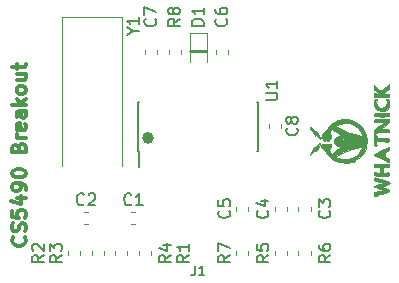
<source format=gto>
G04 #@! TF.GenerationSoftware,KiCad,Pcbnew,(5.1.6)-1*
G04 #@! TF.CreationDate,2020-06-13T20:50:13+02:00*
G04 #@! TF.ProjectId,CS5490_Breakout,43533534-3930-45f4-9272-65616b6f7574,rev?*
G04 #@! TF.SameCoordinates,Original*
G04 #@! TF.FileFunction,Legend,Top*
G04 #@! TF.FilePolarity,Positive*
%FSLAX46Y46*%
G04 Gerber Fmt 4.6, Leading zero omitted, Abs format (unit mm)*
G04 Created by KiCad (PCBNEW (5.1.6)-1) date 2020-06-13 20:50:13*
%MOMM*%
%LPD*%
G01*
G04 APERTURE LIST*
%ADD10C,0.250000*%
%ADD11C,0.500000*%
%ADD12C,0.300000*%
%ADD13C,0.120000*%
%ADD14C,0.010000*%
%ADD15C,0.150000*%
%ADD16C,0.200000*%
G04 APERTURE END LIST*
D10*
X150300000Y-101625000D02*
X151700000Y-101625000D01*
D11*
X147000000Y-109000000D02*
G75*
G03*
X147000000Y-109000000I-250000J0D01*
G01*
D12*
X136318571Y-117375714D02*
X136375714Y-117432857D01*
X136432857Y-117604285D01*
X136432857Y-117718571D01*
X136375714Y-117890000D01*
X136261428Y-118004285D01*
X136147142Y-118061428D01*
X135918571Y-118118571D01*
X135747142Y-118118571D01*
X135518571Y-118061428D01*
X135404285Y-118004285D01*
X135290000Y-117890000D01*
X135232857Y-117718571D01*
X135232857Y-117604285D01*
X135290000Y-117432857D01*
X135347142Y-117375714D01*
X136375714Y-116918571D02*
X136432857Y-116747142D01*
X136432857Y-116461428D01*
X136375714Y-116347142D01*
X136318571Y-116290000D01*
X136204285Y-116232857D01*
X136090000Y-116232857D01*
X135975714Y-116290000D01*
X135918571Y-116347142D01*
X135861428Y-116461428D01*
X135804285Y-116690000D01*
X135747142Y-116804285D01*
X135690000Y-116861428D01*
X135575714Y-116918571D01*
X135461428Y-116918571D01*
X135347142Y-116861428D01*
X135290000Y-116804285D01*
X135232857Y-116690000D01*
X135232857Y-116404285D01*
X135290000Y-116232857D01*
X135232857Y-115147142D02*
X135232857Y-115718571D01*
X135804285Y-115775714D01*
X135747142Y-115718571D01*
X135690000Y-115604285D01*
X135690000Y-115318571D01*
X135747142Y-115204285D01*
X135804285Y-115147142D01*
X135918571Y-115090000D01*
X136204285Y-115090000D01*
X136318571Y-115147142D01*
X136375714Y-115204285D01*
X136432857Y-115318571D01*
X136432857Y-115604285D01*
X136375714Y-115718571D01*
X136318571Y-115775714D01*
X135632857Y-114061428D02*
X136432857Y-114061428D01*
X135175714Y-114347142D02*
X136032857Y-114632857D01*
X136032857Y-113890000D01*
X136432857Y-113375714D02*
X136432857Y-113147142D01*
X136375714Y-113032857D01*
X136318571Y-112975714D01*
X136147142Y-112861428D01*
X135918571Y-112804285D01*
X135461428Y-112804285D01*
X135347142Y-112861428D01*
X135290000Y-112918571D01*
X135232857Y-113032857D01*
X135232857Y-113261428D01*
X135290000Y-113375714D01*
X135347142Y-113432857D01*
X135461428Y-113490000D01*
X135747142Y-113490000D01*
X135861428Y-113432857D01*
X135918571Y-113375714D01*
X135975714Y-113261428D01*
X135975714Y-113032857D01*
X135918571Y-112918571D01*
X135861428Y-112861428D01*
X135747142Y-112804285D01*
X135232857Y-112061428D02*
X135232857Y-111947142D01*
X135290000Y-111832857D01*
X135347142Y-111775714D01*
X135461428Y-111718571D01*
X135690000Y-111661428D01*
X135975714Y-111661428D01*
X136204285Y-111718571D01*
X136318571Y-111775714D01*
X136375714Y-111832857D01*
X136432857Y-111947142D01*
X136432857Y-112061428D01*
X136375714Y-112175714D01*
X136318571Y-112232857D01*
X136204285Y-112290000D01*
X135975714Y-112347142D01*
X135690000Y-112347142D01*
X135461428Y-112290000D01*
X135347142Y-112232857D01*
X135290000Y-112175714D01*
X135232857Y-112061428D01*
X135804285Y-109832857D02*
X135861428Y-109661428D01*
X135918571Y-109604285D01*
X136032857Y-109547142D01*
X136204285Y-109547142D01*
X136318571Y-109604285D01*
X136375714Y-109661428D01*
X136432857Y-109775714D01*
X136432857Y-110232857D01*
X135232857Y-110232857D01*
X135232857Y-109832857D01*
X135290000Y-109718571D01*
X135347142Y-109661428D01*
X135461428Y-109604285D01*
X135575714Y-109604285D01*
X135690000Y-109661428D01*
X135747142Y-109718571D01*
X135804285Y-109832857D01*
X135804285Y-110232857D01*
X136432857Y-109032857D02*
X135632857Y-109032857D01*
X135861428Y-109032857D02*
X135747142Y-108975714D01*
X135690000Y-108918571D01*
X135632857Y-108804285D01*
X135632857Y-108690000D01*
X136375714Y-107832857D02*
X136432857Y-107947142D01*
X136432857Y-108175714D01*
X136375714Y-108290000D01*
X136261428Y-108347142D01*
X135804285Y-108347142D01*
X135690000Y-108290000D01*
X135632857Y-108175714D01*
X135632857Y-107947142D01*
X135690000Y-107832857D01*
X135804285Y-107775714D01*
X135918571Y-107775714D01*
X136032857Y-108347142D01*
X136432857Y-106747142D02*
X135804285Y-106747142D01*
X135690000Y-106804285D01*
X135632857Y-106918571D01*
X135632857Y-107147142D01*
X135690000Y-107261428D01*
X136375714Y-106747142D02*
X136432857Y-106861428D01*
X136432857Y-107147142D01*
X136375714Y-107261428D01*
X136261428Y-107318571D01*
X136147142Y-107318571D01*
X136032857Y-107261428D01*
X135975714Y-107147142D01*
X135975714Y-106861428D01*
X135918571Y-106747142D01*
X136432857Y-106175714D02*
X135232857Y-106175714D01*
X135975714Y-106061428D02*
X136432857Y-105718571D01*
X135632857Y-105718571D02*
X136090000Y-106175714D01*
X136432857Y-105032857D02*
X136375714Y-105147142D01*
X136318571Y-105204285D01*
X136204285Y-105261428D01*
X135861428Y-105261428D01*
X135747142Y-105204285D01*
X135690000Y-105147142D01*
X135632857Y-105032857D01*
X135632857Y-104861428D01*
X135690000Y-104747142D01*
X135747142Y-104690000D01*
X135861428Y-104632857D01*
X136204285Y-104632857D01*
X136318571Y-104690000D01*
X136375714Y-104747142D01*
X136432857Y-104861428D01*
X136432857Y-105032857D01*
X135632857Y-103604285D02*
X136432857Y-103604285D01*
X135632857Y-104118571D02*
X136261428Y-104118571D01*
X136375714Y-104061428D01*
X136432857Y-103947142D01*
X136432857Y-103775714D01*
X136375714Y-103661428D01*
X136318571Y-103604285D01*
X135632857Y-103204285D02*
X135632857Y-102747142D01*
X135232857Y-103032857D02*
X136261428Y-103032857D01*
X136375714Y-102975714D01*
X136432857Y-102861428D01*
X136432857Y-102747142D01*
D13*
X151735000Y-102550000D02*
X151735000Y-100090000D01*
X151735000Y-100090000D02*
X150265000Y-100090000D01*
X150265000Y-100090000D02*
X150265000Y-102550000D01*
X148490000Y-101578733D02*
X148490000Y-101921267D01*
X149510000Y-101578733D02*
X149510000Y-101921267D01*
X154240000Y-118578733D02*
X154240000Y-118921267D01*
X155260000Y-118578733D02*
X155260000Y-118921267D01*
X159490000Y-118578733D02*
X159490000Y-118921267D01*
X160510000Y-118578733D02*
X160510000Y-118921267D01*
X157490000Y-118578733D02*
X157490000Y-118921267D01*
X158510000Y-118578733D02*
X158510000Y-118921267D01*
X143990000Y-118578733D02*
X143990000Y-118921267D01*
X145010000Y-118578733D02*
X145010000Y-118921267D01*
X141990000Y-118578733D02*
X141990000Y-118921267D01*
X143010000Y-118578733D02*
X143010000Y-118921267D01*
X141030000Y-118921267D02*
X141030000Y-118578733D01*
X140010000Y-118921267D02*
X140010000Y-118578733D01*
X145990000Y-118578733D02*
X145990000Y-118921267D01*
X147010000Y-118578733D02*
X147010000Y-118921267D01*
X156990000Y-107828733D02*
X156990000Y-108171267D01*
X158010000Y-107828733D02*
X158010000Y-108171267D01*
X147510000Y-101921267D02*
X147510000Y-101578733D01*
X146490000Y-101921267D02*
X146490000Y-101578733D01*
X153510000Y-101921267D02*
X153510000Y-101578733D01*
X152490000Y-101921267D02*
X152490000Y-101578733D01*
X154240000Y-114828733D02*
X154240000Y-115171267D01*
X155260000Y-114828733D02*
X155260000Y-115171267D01*
X157490000Y-114828733D02*
X157490000Y-115171267D01*
X158510000Y-114828733D02*
X158510000Y-115171267D01*
X160510000Y-115171267D02*
X160510000Y-114828733D01*
X159490000Y-115171267D02*
X159490000Y-114828733D01*
X141328733Y-116260000D02*
X141671267Y-116260000D01*
X141328733Y-115240000D02*
X141671267Y-115240000D01*
X145328733Y-116260000D02*
X145671267Y-116260000D01*
X145328733Y-115240000D02*
X145671267Y-115240000D01*
X139450000Y-98800000D02*
X139450000Y-111400000D01*
X144550000Y-98800000D02*
X139450000Y-98800000D01*
X144550000Y-111400000D02*
X144550000Y-98800000D01*
D14*
G36*
X160504812Y-108115979D02*
G01*
X160605546Y-108192410D01*
X160679612Y-108260582D01*
X160828105Y-108384692D01*
X160909676Y-108405109D01*
X160921865Y-108387653D01*
X160960684Y-108401757D01*
X161039359Y-108496472D01*
X161137882Y-108640400D01*
X161236245Y-108802147D01*
X161314442Y-108950317D01*
X161352466Y-109053512D01*
X161353500Y-109064985D01*
X161313820Y-109058556D01*
X161214002Y-108981255D01*
X161163662Y-108934885D01*
X161036809Y-108832135D01*
X160946026Y-108792255D01*
X160929206Y-108797627D01*
X160879427Y-108770012D01*
X160789342Y-108664280D01*
X160680950Y-108512980D01*
X160576250Y-108348662D01*
X160497240Y-108203876D01*
X160465934Y-108112169D01*
X160504812Y-108115979D01*
G37*
X160504812Y-108115979D02*
X160605546Y-108192410D01*
X160679612Y-108260582D01*
X160828105Y-108384692D01*
X160909676Y-108405109D01*
X160921865Y-108387653D01*
X160960684Y-108401757D01*
X161039359Y-108496472D01*
X161137882Y-108640400D01*
X161236245Y-108802147D01*
X161314442Y-108950317D01*
X161352466Y-109053512D01*
X161353500Y-109064985D01*
X161313820Y-109058556D01*
X161214002Y-108981255D01*
X161163662Y-108934885D01*
X161036809Y-108832135D01*
X160946026Y-108792255D01*
X160929206Y-108797627D01*
X160879427Y-108770012D01*
X160789342Y-108664280D01*
X160680950Y-108512980D01*
X160576250Y-108348662D01*
X160497240Y-108203876D01*
X160465934Y-108112169D01*
X160504812Y-108115979D01*
G36*
X160628002Y-110117461D02*
G01*
X160740484Y-109930143D01*
X160845778Y-109792906D01*
X160907252Y-109743028D01*
X161016957Y-109679054D01*
X161158681Y-109566364D01*
X161178875Y-109548062D01*
X161297216Y-109451627D01*
X161343115Y-109449645D01*
X161316393Y-109544906D01*
X161216867Y-109740202D01*
X161159872Y-109841309D01*
X161048534Y-110012145D01*
X160953253Y-110117398D01*
X160901308Y-110135997D01*
X160818434Y-110149863D01*
X160689987Y-110233620D01*
X160640465Y-110276689D01*
X160445752Y-110458250D01*
X160628002Y-110117461D01*
G37*
X160628002Y-110117461D02*
X160740484Y-109930143D01*
X160845778Y-109792906D01*
X160907252Y-109743028D01*
X161016957Y-109679054D01*
X161158681Y-109566364D01*
X161178875Y-109548062D01*
X161297216Y-109451627D01*
X161343115Y-109449645D01*
X161316393Y-109544906D01*
X161216867Y-109740202D01*
X161159872Y-109841309D01*
X161048534Y-110012145D01*
X160953253Y-110117398D01*
X160901308Y-110135997D01*
X160818434Y-110149863D01*
X160689987Y-110233620D01*
X160640465Y-110276689D01*
X160445752Y-110458250D01*
X160628002Y-110117461D01*
G36*
X162529818Y-109091753D02*
G01*
X162644325Y-108963372D01*
X162730467Y-108911998D01*
X162914860Y-108870996D01*
X163077096Y-108928163D01*
X163198867Y-109054723D01*
X163261867Y-109221903D01*
X163247789Y-109400929D01*
X163142374Y-109559409D01*
X162960547Y-109653383D01*
X162770893Y-109645282D01*
X162609214Y-109550703D01*
X162511311Y-109385238D01*
X162497472Y-109278500D01*
X162529818Y-109091753D01*
G37*
X162529818Y-109091753D02*
X162644325Y-108963372D01*
X162730467Y-108911998D01*
X162914860Y-108870996D01*
X163077096Y-108928163D01*
X163198867Y-109054723D01*
X163261867Y-109221903D01*
X163247789Y-109400929D01*
X163142374Y-109559409D01*
X162960547Y-109653383D01*
X162770893Y-109645282D01*
X162609214Y-109550703D01*
X162511311Y-109385238D01*
X162497472Y-109278500D01*
X162529818Y-109091753D01*
G36*
X161436447Y-109602034D02*
G01*
X161550933Y-109554221D01*
X161773977Y-109538210D01*
X161865779Y-109537500D01*
X162098501Y-109539576D01*
X162229031Y-109551622D01*
X162282172Y-109582369D01*
X162282724Y-109640545D01*
X162271714Y-109680375D01*
X162200279Y-109835577D01*
X162143568Y-109913099D01*
X162097097Y-109992474D01*
X162125319Y-110089612D01*
X162186255Y-110182690D01*
X162314243Y-110362433D01*
X162817511Y-109979327D01*
X163123070Y-109725609D01*
X163312834Y-109506868D01*
X163386754Y-109306733D01*
X163344776Y-109108838D01*
X163186850Y-108896812D01*
X162912926Y-108654288D01*
X162813118Y-108576928D01*
X162590562Y-108409956D01*
X162444640Y-108310799D01*
X162351480Y-108269629D01*
X162287214Y-108276621D01*
X162227971Y-108321949D01*
X162217667Y-108331808D01*
X162146522Y-108412546D01*
X162130898Y-108494163D01*
X162168831Y-108624003D01*
X162202038Y-108708745D01*
X162262011Y-108873704D01*
X162269334Y-108959143D01*
X162225077Y-109000624D01*
X162210995Y-109006443D01*
X162130474Y-109093124D01*
X162115500Y-109163294D01*
X162073921Y-109262459D01*
X162020250Y-109283500D01*
X161942678Y-109230561D01*
X161925000Y-109156500D01*
X161898407Y-109053315D01*
X161861500Y-109029500D01*
X161809907Y-109082685D01*
X161798000Y-109156500D01*
X161758295Y-109259929D01*
X161702750Y-109283500D01*
X161625178Y-109230561D01*
X161607500Y-109156500D01*
X161564894Y-109050846D01*
X161505366Y-109029500D01*
X161437752Y-108984989D01*
X161441888Y-108869972D01*
X161509088Y-108712223D01*
X161630666Y-108539516D01*
X161673435Y-108492086D01*
X161824822Y-108328143D01*
X162004094Y-108127138D01*
X162093121Y-108024777D01*
X162430580Y-107719772D01*
X162812713Y-107520857D01*
X163221202Y-107423847D01*
X163637728Y-107424555D01*
X164043975Y-107518795D01*
X164421624Y-107702379D01*
X164752357Y-107971122D01*
X165017858Y-108320837D01*
X165195875Y-108733917D01*
X165279995Y-109212818D01*
X165240635Y-109677288D01*
X165197172Y-109840917D01*
X165004308Y-110251295D01*
X164703384Y-110614305D01*
X164309904Y-110911924D01*
X164242750Y-110950424D01*
X164079573Y-111025062D01*
X163898742Y-111068605D01*
X163659374Y-111088338D01*
X163449000Y-111091858D01*
X163209923Y-111074427D01*
X163209923Y-110798965D01*
X163602634Y-110794046D01*
X163988645Y-110701271D01*
X164334094Y-110529082D01*
X164605116Y-110285920D01*
X164621981Y-110264424D01*
X164838873Y-109883842D01*
X164947196Y-109468775D01*
X164945019Y-109045185D01*
X164830410Y-108639036D01*
X164754019Y-108489601D01*
X164496477Y-108164056D01*
X164168254Y-107922953D01*
X163793923Y-107774047D01*
X163398056Y-107725091D01*
X163005226Y-107783841D01*
X162789680Y-107869706D01*
X162606611Y-107961995D01*
X162884930Y-108120924D01*
X163270147Y-108332455D01*
X163589877Y-108485764D01*
X163881923Y-108596522D01*
X164184093Y-108680395D01*
X164295258Y-108705443D01*
X164548257Y-108762516D01*
X164704462Y-108810425D01*
X164791654Y-108864698D01*
X164837617Y-108940863D01*
X164861855Y-109022122D01*
X164884139Y-109222864D01*
X164870215Y-109451725D01*
X164863463Y-109490586D01*
X164811615Y-109752761D01*
X164373820Y-109833561D01*
X164010485Y-109929249D01*
X163592791Y-110085359D01*
X163165781Y-110283271D01*
X162820747Y-110475586D01*
X162605244Y-110607669D01*
X162844377Y-110707585D01*
X163209923Y-110798965D01*
X163209923Y-111074427D01*
X162993722Y-111058663D01*
X162622198Y-110949544D01*
X162309394Y-110754109D01*
X162080568Y-110523840D01*
X161917405Y-110330661D01*
X161756581Y-110141627D01*
X161701413Y-110077250D01*
X161515979Y-109849452D01*
X161426226Y-109695745D01*
X161436447Y-109602034D01*
G37*
X161436447Y-109602034D02*
X161550933Y-109554221D01*
X161773977Y-109538210D01*
X161865779Y-109537500D01*
X162098501Y-109539576D01*
X162229031Y-109551622D01*
X162282172Y-109582369D01*
X162282724Y-109640545D01*
X162271714Y-109680375D01*
X162200279Y-109835577D01*
X162143568Y-109913099D01*
X162097097Y-109992474D01*
X162125319Y-110089612D01*
X162186255Y-110182690D01*
X162314243Y-110362433D01*
X162817511Y-109979327D01*
X163123070Y-109725609D01*
X163312834Y-109506868D01*
X163386754Y-109306733D01*
X163344776Y-109108838D01*
X163186850Y-108896812D01*
X162912926Y-108654288D01*
X162813118Y-108576928D01*
X162590562Y-108409956D01*
X162444640Y-108310799D01*
X162351480Y-108269629D01*
X162287214Y-108276621D01*
X162227971Y-108321949D01*
X162217667Y-108331808D01*
X162146522Y-108412546D01*
X162130898Y-108494163D01*
X162168831Y-108624003D01*
X162202038Y-108708745D01*
X162262011Y-108873704D01*
X162269334Y-108959143D01*
X162225077Y-109000624D01*
X162210995Y-109006443D01*
X162130474Y-109093124D01*
X162115500Y-109163294D01*
X162073921Y-109262459D01*
X162020250Y-109283500D01*
X161942678Y-109230561D01*
X161925000Y-109156500D01*
X161898407Y-109053315D01*
X161861500Y-109029500D01*
X161809907Y-109082685D01*
X161798000Y-109156500D01*
X161758295Y-109259929D01*
X161702750Y-109283500D01*
X161625178Y-109230561D01*
X161607500Y-109156500D01*
X161564894Y-109050846D01*
X161505366Y-109029500D01*
X161437752Y-108984989D01*
X161441888Y-108869972D01*
X161509088Y-108712223D01*
X161630666Y-108539516D01*
X161673435Y-108492086D01*
X161824822Y-108328143D01*
X162004094Y-108127138D01*
X162093121Y-108024777D01*
X162430580Y-107719772D01*
X162812713Y-107520857D01*
X163221202Y-107423847D01*
X163637728Y-107424555D01*
X164043975Y-107518795D01*
X164421624Y-107702379D01*
X164752357Y-107971122D01*
X165017858Y-108320837D01*
X165195875Y-108733917D01*
X165279995Y-109212818D01*
X165240635Y-109677288D01*
X165197172Y-109840917D01*
X165004308Y-110251295D01*
X164703384Y-110614305D01*
X164309904Y-110911924D01*
X164242750Y-110950424D01*
X164079573Y-111025062D01*
X163898742Y-111068605D01*
X163659374Y-111088338D01*
X163449000Y-111091858D01*
X163209923Y-111074427D01*
X163209923Y-110798965D01*
X163602634Y-110794046D01*
X163988645Y-110701271D01*
X164334094Y-110529082D01*
X164605116Y-110285920D01*
X164621981Y-110264424D01*
X164838873Y-109883842D01*
X164947196Y-109468775D01*
X164945019Y-109045185D01*
X164830410Y-108639036D01*
X164754019Y-108489601D01*
X164496477Y-108164056D01*
X164168254Y-107922953D01*
X163793923Y-107774047D01*
X163398056Y-107725091D01*
X163005226Y-107783841D01*
X162789680Y-107869706D01*
X162606611Y-107961995D01*
X162884930Y-108120924D01*
X163270147Y-108332455D01*
X163589877Y-108485764D01*
X163881923Y-108596522D01*
X164184093Y-108680395D01*
X164295258Y-108705443D01*
X164548257Y-108762516D01*
X164704462Y-108810425D01*
X164791654Y-108864698D01*
X164837617Y-108940863D01*
X164861855Y-109022122D01*
X164884139Y-109222864D01*
X164870215Y-109451725D01*
X164863463Y-109490586D01*
X164811615Y-109752761D01*
X164373820Y-109833561D01*
X164010485Y-109929249D01*
X163592791Y-110085359D01*
X163165781Y-110283271D01*
X162820747Y-110475586D01*
X162605244Y-110607669D01*
X162844377Y-110707585D01*
X163209923Y-110798965D01*
X163209923Y-111074427D01*
X162993722Y-111058663D01*
X162622198Y-110949544D01*
X162309394Y-110754109D01*
X162080568Y-110523840D01*
X161917405Y-110330661D01*
X161756581Y-110141627D01*
X161701413Y-110077250D01*
X161515979Y-109849452D01*
X161426226Y-109695745D01*
X161436447Y-109602034D01*
G36*
X165870658Y-105271406D02*
G01*
X165919720Y-105231274D01*
X166043813Y-105236411D01*
X166131875Y-105249040D01*
X166401750Y-105289743D01*
X166179500Y-105097580D01*
X166037390Y-104982560D01*
X165933938Y-104912974D01*
X165909625Y-104903709D01*
X165876504Y-104847063D01*
X165862024Y-104712463D01*
X165862000Y-104706104D01*
X165862000Y-104510207D01*
X166156898Y-104769787D01*
X166341371Y-104914342D01*
X166473231Y-104980837D01*
X166522023Y-104977044D01*
X166607057Y-104911092D01*
X166755263Y-104793944D01*
X166893875Y-104683461D01*
X167195500Y-104442202D01*
X167195500Y-104635172D01*
X167166585Y-104788489D01*
X167059291Y-104907912D01*
X166980388Y-104961089D01*
X166817088Y-105074857D01*
X166692645Y-105183378D01*
X166678763Y-105199017D01*
X166638698Y-105260091D01*
X166668415Y-105283684D01*
X166790039Y-105276375D01*
X166893875Y-105262965D01*
X167075072Y-105242573D01*
X167163769Y-105254755D01*
X167192902Y-105312230D01*
X167195500Y-105379465D01*
X167195500Y-105537000D01*
X165862000Y-105537000D01*
X165862000Y-105372669D01*
X165870658Y-105271406D01*
G37*
X165870658Y-105271406D02*
X165919720Y-105231274D01*
X166043813Y-105236411D01*
X166131875Y-105249040D01*
X166401750Y-105289743D01*
X166179500Y-105097580D01*
X166037390Y-104982560D01*
X165933938Y-104912974D01*
X165909625Y-104903709D01*
X165876504Y-104847063D01*
X165862024Y-104712463D01*
X165862000Y-104706104D01*
X165862000Y-104510207D01*
X166156898Y-104769787D01*
X166341371Y-104914342D01*
X166473231Y-104980837D01*
X166522023Y-104977044D01*
X166607057Y-104911092D01*
X166755263Y-104793944D01*
X166893875Y-104683461D01*
X167195500Y-104442202D01*
X167195500Y-104635172D01*
X167166585Y-104788489D01*
X167059291Y-104907912D01*
X166980388Y-104961089D01*
X166817088Y-105074857D01*
X166692645Y-105183378D01*
X166678763Y-105199017D01*
X166638698Y-105260091D01*
X166668415Y-105283684D01*
X166790039Y-105276375D01*
X166893875Y-105262965D01*
X167075072Y-105242573D01*
X167163769Y-105254755D01*
X167192902Y-105312230D01*
X167195500Y-105379465D01*
X167195500Y-105537000D01*
X165862000Y-105537000D01*
X165862000Y-105372669D01*
X165870658Y-105271406D01*
G36*
X165885656Y-105829311D02*
G01*
X165956785Y-105703655D01*
X166060503Y-105664000D01*
X166154778Y-105687267D01*
X166147046Y-105773526D01*
X166146377Y-105775125D01*
X166082206Y-106037580D01*
X166122299Y-106247894D01*
X166258211Y-106390671D01*
X166481495Y-106450514D01*
X166517410Y-106451400D01*
X166761644Y-106401820D01*
X166928107Y-106269018D01*
X167001833Y-106076906D01*
X166967857Y-105849394D01*
X166936555Y-105781761D01*
X166901041Y-105688578D01*
X166957873Y-105668316D01*
X167015930Y-105674811D01*
X167104046Y-105702353D01*
X167152134Y-105775121D01*
X167175955Y-105926516D01*
X167182928Y-106028708D01*
X167185098Y-106241998D01*
X167151319Y-106380824D01*
X167067372Y-106495850D01*
X167045522Y-106518250D01*
X166800243Y-106688088D01*
X166534765Y-106734489D01*
X166260361Y-106657058D01*
X166096928Y-106551629D01*
X165972413Y-106403180D01*
X165894805Y-106211616D01*
X165865441Y-106009479D01*
X165885656Y-105829311D01*
G37*
X165885656Y-105829311D02*
X165956785Y-105703655D01*
X166060503Y-105664000D01*
X166154778Y-105687267D01*
X166147046Y-105773526D01*
X166146377Y-105775125D01*
X166082206Y-106037580D01*
X166122299Y-106247894D01*
X166258211Y-106390671D01*
X166481495Y-106450514D01*
X166517410Y-106451400D01*
X166761644Y-106401820D01*
X166928107Y-106269018D01*
X167001833Y-106076906D01*
X166967857Y-105849394D01*
X166936555Y-105781761D01*
X166901041Y-105688578D01*
X166957873Y-105668316D01*
X167015930Y-105674811D01*
X167104046Y-105702353D01*
X167152134Y-105775121D01*
X167175955Y-105926516D01*
X167182928Y-106028708D01*
X167185098Y-106241998D01*
X167151319Y-106380824D01*
X167067372Y-106495850D01*
X167045522Y-106518250D01*
X166800243Y-106688088D01*
X166534765Y-106734489D01*
X166260361Y-106657058D01*
X166096928Y-106551629D01*
X165972413Y-106403180D01*
X165894805Y-106211616D01*
X165865441Y-106009479D01*
X165885656Y-105829311D01*
G36*
X165867540Y-106981528D02*
G01*
X165899230Y-106940301D01*
X165979670Y-106916601D01*
X166131462Y-106905586D01*
X166377207Y-106902411D01*
X166528750Y-106902250D01*
X166825539Y-106903438D01*
X167017932Y-106910228D01*
X167128531Y-106927466D01*
X167179936Y-106959992D01*
X167194749Y-107012652D01*
X167195500Y-107045125D01*
X167189959Y-107108723D01*
X167158269Y-107149950D01*
X167077829Y-107173650D01*
X166926037Y-107184665D01*
X166680292Y-107187840D01*
X166528750Y-107188000D01*
X166231960Y-107186813D01*
X166039567Y-107180023D01*
X165928968Y-107162785D01*
X165877563Y-107130259D01*
X165862750Y-107077599D01*
X165862000Y-107045125D01*
X165867540Y-106981528D01*
G37*
X165867540Y-106981528D02*
X165899230Y-106940301D01*
X165979670Y-106916601D01*
X166131462Y-106905586D01*
X166377207Y-106902411D01*
X166528750Y-106902250D01*
X166825539Y-106903438D01*
X167017932Y-106910228D01*
X167128531Y-106927466D01*
X167179936Y-106959992D01*
X167194749Y-107012652D01*
X167195500Y-107045125D01*
X167189959Y-107108723D01*
X167158269Y-107149950D01*
X167077829Y-107173650D01*
X166926037Y-107184665D01*
X166680292Y-107187840D01*
X166528750Y-107188000D01*
X166231960Y-107186813D01*
X166039567Y-107180023D01*
X165928968Y-107162785D01*
X165877563Y-107130259D01*
X165862750Y-107077599D01*
X165862000Y-107045125D01*
X165867540Y-106981528D01*
G36*
X166306500Y-108017929D02*
G01*
X166505835Y-107865785D01*
X166658921Y-107741482D01*
X166742356Y-107664356D01*
X166751000Y-107650738D01*
X166693142Y-107637560D01*
X166540826Y-107637246D01*
X166325933Y-107649752D01*
X166306500Y-107651346D01*
X166074562Y-107668485D01*
X165941584Y-107666989D01*
X165880128Y-107640567D01*
X165862753Y-107582926D01*
X165862000Y-107549431D01*
X165868103Y-107487459D01*
X165901469Y-107447283D01*
X165984678Y-107424189D01*
X166140314Y-107413464D01*
X166390957Y-107410392D01*
X166528750Y-107410250D01*
X166825908Y-107411709D01*
X167018594Y-107419053D01*
X167129328Y-107436738D01*
X167180628Y-107469216D01*
X167195014Y-107520942D01*
X167195500Y-107542118D01*
X167138495Y-107665545D01*
X166966297Y-107832807D01*
X166807115Y-107954868D01*
X166418731Y-108235750D01*
X166807115Y-108254656D01*
X167023639Y-108270403D01*
X167141483Y-108297787D01*
X167188959Y-108347224D01*
X167195500Y-108397531D01*
X167185179Y-108456643D01*
X167138102Y-108493310D01*
X167030094Y-108512810D01*
X166836983Y-108520420D01*
X166627747Y-108521500D01*
X166308493Y-108532417D01*
X166095206Y-108563849D01*
X165993820Y-108613822D01*
X166010272Y-108680361D01*
X166053470Y-108712600D01*
X166104591Y-108807412D01*
X166099300Y-108896001D01*
X166089458Y-108959453D01*
X166115699Y-108998767D01*
X166200926Y-109019706D01*
X166368039Y-109028029D01*
X166629944Y-109029500D01*
X166898854Y-109030986D01*
X167065315Y-109039806D01*
X167153877Y-109062506D01*
X167189087Y-109105629D01*
X167195495Y-109175721D01*
X167195500Y-109180278D01*
X167191138Y-109251129D01*
X167161867Y-109293732D01*
X167083406Y-109313056D01*
X166931472Y-109314074D01*
X166681786Y-109301754D01*
X166619421Y-109298209D01*
X166043342Y-109265363D01*
X166085930Y-109492373D01*
X166106924Y-109640014D01*
X166083714Y-109694543D01*
X166001994Y-109686278D01*
X165995258Y-109684536D01*
X165935101Y-109660113D01*
X165896379Y-109608676D01*
X165874413Y-109506151D01*
X165864522Y-109328462D01*
X165862026Y-109051535D01*
X165862000Y-108999075D01*
X165862000Y-108348463D01*
X166306500Y-108017929D01*
G37*
X166306500Y-108017929D02*
X166505835Y-107865785D01*
X166658921Y-107741482D01*
X166742356Y-107664356D01*
X166751000Y-107650738D01*
X166693142Y-107637560D01*
X166540826Y-107637246D01*
X166325933Y-107649752D01*
X166306500Y-107651346D01*
X166074562Y-107668485D01*
X165941584Y-107666989D01*
X165880128Y-107640567D01*
X165862753Y-107582926D01*
X165862000Y-107549431D01*
X165868103Y-107487459D01*
X165901469Y-107447283D01*
X165984678Y-107424189D01*
X166140314Y-107413464D01*
X166390957Y-107410392D01*
X166528750Y-107410250D01*
X166825908Y-107411709D01*
X167018594Y-107419053D01*
X167129328Y-107436738D01*
X167180628Y-107469216D01*
X167195014Y-107520942D01*
X167195500Y-107542118D01*
X167138495Y-107665545D01*
X166966297Y-107832807D01*
X166807115Y-107954868D01*
X166418731Y-108235750D01*
X166807115Y-108254656D01*
X167023639Y-108270403D01*
X167141483Y-108297787D01*
X167188959Y-108347224D01*
X167195500Y-108397531D01*
X167185179Y-108456643D01*
X167138102Y-108493310D01*
X167030094Y-108512810D01*
X166836983Y-108520420D01*
X166627747Y-108521500D01*
X166308493Y-108532417D01*
X166095206Y-108563849D01*
X165993820Y-108613822D01*
X166010272Y-108680361D01*
X166053470Y-108712600D01*
X166104591Y-108807412D01*
X166099300Y-108896001D01*
X166089458Y-108959453D01*
X166115699Y-108998767D01*
X166200926Y-109019706D01*
X166368039Y-109028029D01*
X166629944Y-109029500D01*
X166898854Y-109030986D01*
X167065315Y-109039806D01*
X167153877Y-109062506D01*
X167189087Y-109105629D01*
X167195495Y-109175721D01*
X167195500Y-109180278D01*
X167191138Y-109251129D01*
X167161867Y-109293732D01*
X167083406Y-109313056D01*
X166931472Y-109314074D01*
X166681786Y-109301754D01*
X166619421Y-109298209D01*
X166043342Y-109265363D01*
X166085930Y-109492373D01*
X166106924Y-109640014D01*
X166083714Y-109694543D01*
X166001994Y-109686278D01*
X165995258Y-109684536D01*
X165935101Y-109660113D01*
X165896379Y-109608676D01*
X165874413Y-109506151D01*
X165864522Y-109328462D01*
X165862026Y-109051535D01*
X165862000Y-108999075D01*
X165862000Y-108348463D01*
X166306500Y-108017929D01*
G36*
X165954131Y-110341452D02*
G01*
X166113140Y-110259022D01*
X166337192Y-110147622D01*
X166558692Y-110040307D01*
X167195500Y-109735165D01*
X167195500Y-109914145D01*
X167173007Y-110046971D01*
X167079950Y-110112367D01*
X167001118Y-110132002D01*
X166874022Y-110169458D01*
X166824643Y-110241008D01*
X166825127Y-110390564D01*
X166826493Y-110407306D01*
X166857228Y-110573572D01*
X166930291Y-110655150D01*
X167005000Y-110680504D01*
X167135275Y-110753056D01*
X167184510Y-110896307D01*
X167183725Y-111015182D01*
X167152760Y-111049212D01*
X167077108Y-111012393D01*
X166912866Y-110932901D01*
X166685841Y-110823214D01*
X166504749Y-110735815D01*
X166504749Y-110485854D01*
X166557735Y-110434931D01*
X166560500Y-110400695D01*
X166513959Y-110338527D01*
X166428132Y-110346005D01*
X166343053Y-110383634D01*
X166375513Y-110431111D01*
X166380507Y-110434338D01*
X166504749Y-110485854D01*
X166504749Y-110735815D01*
X166474242Y-110721091D01*
X166225871Y-110596648D01*
X166031069Y-110490130D01*
X165911437Y-110413958D01*
X165885060Y-110382273D01*
X165954131Y-110341452D01*
G37*
X165954131Y-110341452D02*
X166113140Y-110259022D01*
X166337192Y-110147622D01*
X166558692Y-110040307D01*
X167195500Y-109735165D01*
X167195500Y-109914145D01*
X167173007Y-110046971D01*
X167079950Y-110112367D01*
X167001118Y-110132002D01*
X166874022Y-110169458D01*
X166824643Y-110241008D01*
X166825127Y-110390564D01*
X166826493Y-110407306D01*
X166857228Y-110573572D01*
X166930291Y-110655150D01*
X167005000Y-110680504D01*
X167135275Y-110753056D01*
X167184510Y-110896307D01*
X167183725Y-111015182D01*
X167152760Y-111049212D01*
X167077108Y-111012393D01*
X166912866Y-110932901D01*
X166685841Y-110823214D01*
X166504749Y-110735815D01*
X166504749Y-110485854D01*
X166557735Y-110434931D01*
X166560500Y-110400695D01*
X166513959Y-110338527D01*
X166428132Y-110346005D01*
X166343053Y-110383634D01*
X166375513Y-110431111D01*
X166380507Y-110434338D01*
X166504749Y-110485854D01*
X166504749Y-110735815D01*
X166474242Y-110721091D01*
X166225871Y-110596648D01*
X166031069Y-110490130D01*
X165911437Y-110413958D01*
X165885060Y-110382273D01*
X165954131Y-110341452D01*
G36*
X165866458Y-111272282D02*
G01*
X165894917Y-111228744D01*
X165970000Y-111203715D01*
X166114331Y-111192071D01*
X166350534Y-111188692D01*
X166528750Y-111188500D01*
X166825433Y-111189510D01*
X167017741Y-111195953D01*
X167128298Y-111212951D01*
X167179727Y-111245627D01*
X167194653Y-111299103D01*
X167195500Y-111339450D01*
X167185299Y-111430942D01*
X167132216Y-111469081D01*
X167002524Y-111467881D01*
X166909750Y-111458192D01*
X166624000Y-111425984D01*
X166624000Y-111967017D01*
X166909750Y-111934809D01*
X167085121Y-111920430D01*
X167168645Y-111939058D01*
X167194046Y-112004705D01*
X167195500Y-112053551D01*
X167191041Y-112120719D01*
X167162582Y-112164257D01*
X167087499Y-112189286D01*
X166943168Y-112200930D01*
X166706965Y-112204309D01*
X166528750Y-112204500D01*
X166232066Y-112203491D01*
X166039758Y-112197048D01*
X165929201Y-112180050D01*
X165877772Y-112147374D01*
X165862846Y-112093898D01*
X165862000Y-112053551D01*
X165872200Y-111962059D01*
X165925283Y-111923920D01*
X166054975Y-111925120D01*
X166147750Y-111934809D01*
X166433500Y-111967017D01*
X166433500Y-111425984D01*
X166147750Y-111458192D01*
X165972378Y-111472571D01*
X165888854Y-111453943D01*
X165863453Y-111388296D01*
X165862000Y-111339450D01*
X165866458Y-111272282D01*
G37*
X165866458Y-111272282D02*
X165894917Y-111228744D01*
X165970000Y-111203715D01*
X166114331Y-111192071D01*
X166350534Y-111188692D01*
X166528750Y-111188500D01*
X166825433Y-111189510D01*
X167017741Y-111195953D01*
X167128298Y-111212951D01*
X167179727Y-111245627D01*
X167194653Y-111299103D01*
X167195500Y-111339450D01*
X167185299Y-111430942D01*
X167132216Y-111469081D01*
X167002524Y-111467881D01*
X166909750Y-111458192D01*
X166624000Y-111425984D01*
X166624000Y-111967017D01*
X166909750Y-111934809D01*
X167085121Y-111920430D01*
X167168645Y-111939058D01*
X167194046Y-112004705D01*
X167195500Y-112053551D01*
X167191041Y-112120719D01*
X167162582Y-112164257D01*
X167087499Y-112189286D01*
X166943168Y-112200930D01*
X166706965Y-112204309D01*
X166528750Y-112204500D01*
X166232066Y-112203491D01*
X166039758Y-112197048D01*
X165929201Y-112180050D01*
X165877772Y-112147374D01*
X165862846Y-112093898D01*
X165862000Y-112053551D01*
X165872200Y-111962059D01*
X165925283Y-111923920D01*
X166054975Y-111925120D01*
X166147750Y-111934809D01*
X166433500Y-111967017D01*
X166433500Y-111425984D01*
X166147750Y-111458192D01*
X165972378Y-111472571D01*
X165888854Y-111453943D01*
X165863453Y-111388296D01*
X165862000Y-111339450D01*
X165866458Y-111272282D01*
G36*
X165880986Y-112359967D02*
G01*
X165962220Y-112347412D01*
X166004875Y-112358411D01*
X166131354Y-112393829D01*
X166341273Y-112451098D01*
X166595312Y-112519515D01*
X166671625Y-112539914D01*
X166973069Y-112632672D01*
X167149439Y-112718898D01*
X167202245Y-112802272D01*
X167133001Y-112886477D01*
X166943220Y-112975194D01*
X166862125Y-113003532D01*
X166528750Y-113114270D01*
X166846250Y-113220455D01*
X167075617Y-113316008D01*
X167178071Y-113407310D01*
X167153590Y-113495109D01*
X167002154Y-113580155D01*
X166834460Y-113634639D01*
X166573171Y-113709523D01*
X166310099Y-113788487D01*
X166184063Y-113828100D01*
X166013617Y-113881910D01*
X165902631Y-113914518D01*
X165882438Y-113919000D01*
X165867124Y-113864426D01*
X165862000Y-113758258D01*
X165870694Y-113659541D01*
X165914640Y-113596950D01*
X166020629Y-113555896D01*
X166215454Y-113521792D01*
X166323604Y-113506916D01*
X166491535Y-113473461D01*
X166585060Y-113432961D01*
X166592305Y-113411090D01*
X166516966Y-113364699D01*
X166357402Y-113301852D01*
X166201611Y-113252180D01*
X166021931Y-113190187D01*
X165914832Y-113133690D01*
X165901159Y-113100487D01*
X165987822Y-113056589D01*
X166156456Y-112990979D01*
X166333701Y-112930097D01*
X166710152Y-112807750D01*
X166286076Y-112714280D01*
X166059966Y-112659798D01*
X165931957Y-112611181D01*
X165874989Y-112552760D01*
X165862000Y-112468868D01*
X165862000Y-112468749D01*
X165880986Y-112359967D01*
G37*
X165880986Y-112359967D02*
X165962220Y-112347412D01*
X166004875Y-112358411D01*
X166131354Y-112393829D01*
X166341273Y-112451098D01*
X166595312Y-112519515D01*
X166671625Y-112539914D01*
X166973069Y-112632672D01*
X167149439Y-112718898D01*
X167202245Y-112802272D01*
X167133001Y-112886477D01*
X166943220Y-112975194D01*
X166862125Y-113003532D01*
X166528750Y-113114270D01*
X166846250Y-113220455D01*
X167075617Y-113316008D01*
X167178071Y-113407310D01*
X167153590Y-113495109D01*
X167002154Y-113580155D01*
X166834460Y-113634639D01*
X166573171Y-113709523D01*
X166310099Y-113788487D01*
X166184063Y-113828100D01*
X166013617Y-113881910D01*
X165902631Y-113914518D01*
X165882438Y-113919000D01*
X165867124Y-113864426D01*
X165862000Y-113758258D01*
X165870694Y-113659541D01*
X165914640Y-113596950D01*
X166020629Y-113555896D01*
X166215454Y-113521792D01*
X166323604Y-113506916D01*
X166491535Y-113473461D01*
X166585060Y-113432961D01*
X166592305Y-113411090D01*
X166516966Y-113364699D01*
X166357402Y-113301852D01*
X166201611Y-113252180D01*
X166021931Y-113190187D01*
X165914832Y-113133690D01*
X165901159Y-113100487D01*
X165987822Y-113056589D01*
X166156456Y-112990979D01*
X166333701Y-112930097D01*
X166710152Y-112807750D01*
X166286076Y-112714280D01*
X166059966Y-112659798D01*
X165931957Y-112611181D01*
X165874989Y-112552760D01*
X165862000Y-112468868D01*
X165862000Y-112468749D01*
X165880986Y-112359967D01*
D15*
X145950000Y-110075000D02*
X145950000Y-111450000D01*
X156075000Y-110075000D02*
X156075000Y-105925000D01*
X145925000Y-110075000D02*
X145925000Y-105925000D01*
X156075000Y-110075000D02*
X155970000Y-110075000D01*
X156075000Y-105925000D02*
X155970000Y-105925000D01*
X145925000Y-105925000D02*
X146030000Y-105925000D01*
X145925000Y-110075000D02*
X145950000Y-110075000D01*
X151452380Y-99488095D02*
X150452380Y-99488095D01*
X150452380Y-99250000D01*
X150500000Y-99107142D01*
X150595238Y-99011904D01*
X150690476Y-98964285D01*
X150880952Y-98916666D01*
X151023809Y-98916666D01*
X151214285Y-98964285D01*
X151309523Y-99011904D01*
X151404761Y-99107142D01*
X151452380Y-99250000D01*
X151452380Y-99488095D01*
X151452380Y-97964285D02*
X151452380Y-98535714D01*
X151452380Y-98250000D02*
X150452380Y-98250000D01*
X150595238Y-98345238D01*
X150690476Y-98440476D01*
X150738095Y-98535714D01*
X149452380Y-98916666D02*
X148976190Y-99250000D01*
X149452380Y-99488095D02*
X148452380Y-99488095D01*
X148452380Y-99107142D01*
X148500000Y-99011904D01*
X148547619Y-98964285D01*
X148642857Y-98916666D01*
X148785714Y-98916666D01*
X148880952Y-98964285D01*
X148928571Y-99011904D01*
X148976190Y-99107142D01*
X148976190Y-99488095D01*
X148880952Y-98345238D02*
X148833333Y-98440476D01*
X148785714Y-98488095D01*
X148690476Y-98535714D01*
X148642857Y-98535714D01*
X148547619Y-98488095D01*
X148500000Y-98440476D01*
X148452380Y-98345238D01*
X148452380Y-98154761D01*
X148500000Y-98059523D01*
X148547619Y-98011904D01*
X148642857Y-97964285D01*
X148690476Y-97964285D01*
X148785714Y-98011904D01*
X148833333Y-98059523D01*
X148880952Y-98154761D01*
X148880952Y-98345238D01*
X148928571Y-98440476D01*
X148976190Y-98488095D01*
X149071428Y-98535714D01*
X149261904Y-98535714D01*
X149357142Y-98488095D01*
X149404761Y-98440476D01*
X149452380Y-98345238D01*
X149452380Y-98154761D01*
X149404761Y-98059523D01*
X149357142Y-98011904D01*
X149261904Y-97964285D01*
X149071428Y-97964285D01*
X148976190Y-98011904D01*
X148928571Y-98059523D01*
X148880952Y-98154761D01*
X153702380Y-118916666D02*
X153226190Y-119250000D01*
X153702380Y-119488095D02*
X152702380Y-119488095D01*
X152702380Y-119107142D01*
X152750000Y-119011904D01*
X152797619Y-118964285D01*
X152892857Y-118916666D01*
X153035714Y-118916666D01*
X153130952Y-118964285D01*
X153178571Y-119011904D01*
X153226190Y-119107142D01*
X153226190Y-119488095D01*
X152702380Y-118583333D02*
X152702380Y-117916666D01*
X153702380Y-118345238D01*
X162202380Y-118916666D02*
X161726190Y-119250000D01*
X162202380Y-119488095D02*
X161202380Y-119488095D01*
X161202380Y-119107142D01*
X161250000Y-119011904D01*
X161297619Y-118964285D01*
X161392857Y-118916666D01*
X161535714Y-118916666D01*
X161630952Y-118964285D01*
X161678571Y-119011904D01*
X161726190Y-119107142D01*
X161726190Y-119488095D01*
X161202380Y-118059523D02*
X161202380Y-118250000D01*
X161250000Y-118345238D01*
X161297619Y-118392857D01*
X161440476Y-118488095D01*
X161630952Y-118535714D01*
X162011904Y-118535714D01*
X162107142Y-118488095D01*
X162154761Y-118440476D01*
X162202380Y-118345238D01*
X162202380Y-118154761D01*
X162154761Y-118059523D01*
X162107142Y-118011904D01*
X162011904Y-117964285D01*
X161773809Y-117964285D01*
X161678571Y-118011904D01*
X161630952Y-118059523D01*
X161583333Y-118154761D01*
X161583333Y-118345238D01*
X161630952Y-118440476D01*
X161678571Y-118488095D01*
X161773809Y-118535714D01*
X156952380Y-118916666D02*
X156476190Y-119250000D01*
X156952380Y-119488095D02*
X155952380Y-119488095D01*
X155952380Y-119107142D01*
X156000000Y-119011904D01*
X156047619Y-118964285D01*
X156142857Y-118916666D01*
X156285714Y-118916666D01*
X156380952Y-118964285D01*
X156428571Y-119011904D01*
X156476190Y-119107142D01*
X156476190Y-119488095D01*
X155952380Y-118011904D02*
X155952380Y-118488095D01*
X156428571Y-118535714D01*
X156380952Y-118488095D01*
X156333333Y-118392857D01*
X156333333Y-118154761D01*
X156380952Y-118059523D01*
X156428571Y-118011904D01*
X156523809Y-117964285D01*
X156761904Y-117964285D01*
X156857142Y-118011904D01*
X156904761Y-118059523D01*
X156952380Y-118154761D01*
X156952380Y-118392857D01*
X156904761Y-118488095D01*
X156857142Y-118535714D01*
X148702380Y-118916666D02*
X148226190Y-119250000D01*
X148702380Y-119488095D02*
X147702380Y-119488095D01*
X147702380Y-119107142D01*
X147750000Y-119011904D01*
X147797619Y-118964285D01*
X147892857Y-118916666D01*
X148035714Y-118916666D01*
X148130952Y-118964285D01*
X148178571Y-119011904D01*
X148226190Y-119107142D01*
X148226190Y-119488095D01*
X148035714Y-118059523D02*
X148702380Y-118059523D01*
X147654761Y-118297619D02*
X148369047Y-118535714D01*
X148369047Y-117916666D01*
X139452380Y-118916666D02*
X138976190Y-119250000D01*
X139452380Y-119488095D02*
X138452380Y-119488095D01*
X138452380Y-119107142D01*
X138500000Y-119011904D01*
X138547619Y-118964285D01*
X138642857Y-118916666D01*
X138785714Y-118916666D01*
X138880952Y-118964285D01*
X138928571Y-119011904D01*
X138976190Y-119107142D01*
X138976190Y-119488095D01*
X138452380Y-118583333D02*
X138452380Y-117964285D01*
X138833333Y-118297619D01*
X138833333Y-118154761D01*
X138880952Y-118059523D01*
X138928571Y-118011904D01*
X139023809Y-117964285D01*
X139261904Y-117964285D01*
X139357142Y-118011904D01*
X139404761Y-118059523D01*
X139452380Y-118154761D01*
X139452380Y-118440476D01*
X139404761Y-118535714D01*
X139357142Y-118583333D01*
X137952380Y-118916666D02*
X137476190Y-119250000D01*
X137952380Y-119488095D02*
X136952380Y-119488095D01*
X136952380Y-119107142D01*
X137000000Y-119011904D01*
X137047619Y-118964285D01*
X137142857Y-118916666D01*
X137285714Y-118916666D01*
X137380952Y-118964285D01*
X137428571Y-119011904D01*
X137476190Y-119107142D01*
X137476190Y-119488095D01*
X137047619Y-118535714D02*
X137000000Y-118488095D01*
X136952380Y-118392857D01*
X136952380Y-118154761D01*
X137000000Y-118059523D01*
X137047619Y-118011904D01*
X137142857Y-117964285D01*
X137238095Y-117964285D01*
X137380952Y-118011904D01*
X137952380Y-118583333D01*
X137952380Y-117964285D01*
X150202380Y-118916666D02*
X149726190Y-119250000D01*
X150202380Y-119488095D02*
X149202380Y-119488095D01*
X149202380Y-119107142D01*
X149250000Y-119011904D01*
X149297619Y-118964285D01*
X149392857Y-118916666D01*
X149535714Y-118916666D01*
X149630952Y-118964285D01*
X149678571Y-119011904D01*
X149726190Y-119107142D01*
X149726190Y-119488095D01*
X150202380Y-117964285D02*
X150202380Y-118535714D01*
X150202380Y-118250000D02*
X149202380Y-118250000D01*
X149345238Y-118345238D01*
X149440476Y-118440476D01*
X149488095Y-118535714D01*
X159357142Y-108166666D02*
X159404761Y-108214285D01*
X159452380Y-108357142D01*
X159452380Y-108452380D01*
X159404761Y-108595238D01*
X159309523Y-108690476D01*
X159214285Y-108738095D01*
X159023809Y-108785714D01*
X158880952Y-108785714D01*
X158690476Y-108738095D01*
X158595238Y-108690476D01*
X158500000Y-108595238D01*
X158452380Y-108452380D01*
X158452380Y-108357142D01*
X158500000Y-108214285D01*
X158547619Y-108166666D01*
X158880952Y-107595238D02*
X158833333Y-107690476D01*
X158785714Y-107738095D01*
X158690476Y-107785714D01*
X158642857Y-107785714D01*
X158547619Y-107738095D01*
X158500000Y-107690476D01*
X158452380Y-107595238D01*
X158452380Y-107404761D01*
X158500000Y-107309523D01*
X158547619Y-107261904D01*
X158642857Y-107214285D01*
X158690476Y-107214285D01*
X158785714Y-107261904D01*
X158833333Y-107309523D01*
X158880952Y-107404761D01*
X158880952Y-107595238D01*
X158928571Y-107690476D01*
X158976190Y-107738095D01*
X159071428Y-107785714D01*
X159261904Y-107785714D01*
X159357142Y-107738095D01*
X159404761Y-107690476D01*
X159452380Y-107595238D01*
X159452380Y-107404761D01*
X159404761Y-107309523D01*
X159357142Y-107261904D01*
X159261904Y-107214285D01*
X159071428Y-107214285D01*
X158976190Y-107261904D01*
X158928571Y-107309523D01*
X158880952Y-107404761D01*
X147357142Y-98916666D02*
X147404761Y-98964285D01*
X147452380Y-99107142D01*
X147452380Y-99202380D01*
X147404761Y-99345238D01*
X147309523Y-99440476D01*
X147214285Y-99488095D01*
X147023809Y-99535714D01*
X146880952Y-99535714D01*
X146690476Y-99488095D01*
X146595238Y-99440476D01*
X146500000Y-99345238D01*
X146452380Y-99202380D01*
X146452380Y-99107142D01*
X146500000Y-98964285D01*
X146547619Y-98916666D01*
X146452380Y-98583333D02*
X146452380Y-97916666D01*
X147452380Y-98345238D01*
X153357142Y-98916666D02*
X153404761Y-98964285D01*
X153452380Y-99107142D01*
X153452380Y-99202380D01*
X153404761Y-99345238D01*
X153309523Y-99440476D01*
X153214285Y-99488095D01*
X153023809Y-99535714D01*
X152880952Y-99535714D01*
X152690476Y-99488095D01*
X152595238Y-99440476D01*
X152500000Y-99345238D01*
X152452380Y-99202380D01*
X152452380Y-99107142D01*
X152500000Y-98964285D01*
X152547619Y-98916666D01*
X152452380Y-98059523D02*
X152452380Y-98250000D01*
X152500000Y-98345238D01*
X152547619Y-98392857D01*
X152690476Y-98488095D01*
X152880952Y-98535714D01*
X153261904Y-98535714D01*
X153357142Y-98488095D01*
X153404761Y-98440476D01*
X153452380Y-98345238D01*
X153452380Y-98154761D01*
X153404761Y-98059523D01*
X153357142Y-98011904D01*
X153261904Y-97964285D01*
X153023809Y-97964285D01*
X152928571Y-98011904D01*
X152880952Y-98059523D01*
X152833333Y-98154761D01*
X152833333Y-98345238D01*
X152880952Y-98440476D01*
X152928571Y-98488095D01*
X153023809Y-98535714D01*
X153607142Y-115166666D02*
X153654761Y-115214285D01*
X153702380Y-115357142D01*
X153702380Y-115452380D01*
X153654761Y-115595238D01*
X153559523Y-115690476D01*
X153464285Y-115738095D01*
X153273809Y-115785714D01*
X153130952Y-115785714D01*
X152940476Y-115738095D01*
X152845238Y-115690476D01*
X152750000Y-115595238D01*
X152702380Y-115452380D01*
X152702380Y-115357142D01*
X152750000Y-115214285D01*
X152797619Y-115166666D01*
X152702380Y-114261904D02*
X152702380Y-114738095D01*
X153178571Y-114785714D01*
X153130952Y-114738095D01*
X153083333Y-114642857D01*
X153083333Y-114404761D01*
X153130952Y-114309523D01*
X153178571Y-114261904D01*
X153273809Y-114214285D01*
X153511904Y-114214285D01*
X153607142Y-114261904D01*
X153654761Y-114309523D01*
X153702380Y-114404761D01*
X153702380Y-114642857D01*
X153654761Y-114738095D01*
X153607142Y-114785714D01*
X156857142Y-115166666D02*
X156904761Y-115214285D01*
X156952380Y-115357142D01*
X156952380Y-115452380D01*
X156904761Y-115595238D01*
X156809523Y-115690476D01*
X156714285Y-115738095D01*
X156523809Y-115785714D01*
X156380952Y-115785714D01*
X156190476Y-115738095D01*
X156095238Y-115690476D01*
X156000000Y-115595238D01*
X155952380Y-115452380D01*
X155952380Y-115357142D01*
X156000000Y-115214285D01*
X156047619Y-115166666D01*
X156285714Y-114309523D02*
X156952380Y-114309523D01*
X155904761Y-114547619D02*
X156619047Y-114785714D01*
X156619047Y-114166666D01*
X162107142Y-115166666D02*
X162154761Y-115214285D01*
X162202380Y-115357142D01*
X162202380Y-115452380D01*
X162154761Y-115595238D01*
X162059523Y-115690476D01*
X161964285Y-115738095D01*
X161773809Y-115785714D01*
X161630952Y-115785714D01*
X161440476Y-115738095D01*
X161345238Y-115690476D01*
X161250000Y-115595238D01*
X161202380Y-115452380D01*
X161202380Y-115357142D01*
X161250000Y-115214285D01*
X161297619Y-115166666D01*
X161202380Y-114833333D02*
X161202380Y-114214285D01*
X161583333Y-114547619D01*
X161583333Y-114404761D01*
X161630952Y-114309523D01*
X161678571Y-114261904D01*
X161773809Y-114214285D01*
X162011904Y-114214285D01*
X162107142Y-114261904D01*
X162154761Y-114309523D01*
X162202380Y-114404761D01*
X162202380Y-114690476D01*
X162154761Y-114785714D01*
X162107142Y-114833333D01*
X141333333Y-114607142D02*
X141285714Y-114654761D01*
X141142857Y-114702380D01*
X141047619Y-114702380D01*
X140904761Y-114654761D01*
X140809523Y-114559523D01*
X140761904Y-114464285D01*
X140714285Y-114273809D01*
X140714285Y-114130952D01*
X140761904Y-113940476D01*
X140809523Y-113845238D01*
X140904761Y-113750000D01*
X141047619Y-113702380D01*
X141142857Y-113702380D01*
X141285714Y-113750000D01*
X141333333Y-113797619D01*
X141714285Y-113797619D02*
X141761904Y-113750000D01*
X141857142Y-113702380D01*
X142095238Y-113702380D01*
X142190476Y-113750000D01*
X142238095Y-113797619D01*
X142285714Y-113892857D01*
X142285714Y-113988095D01*
X142238095Y-114130952D01*
X141666666Y-114702380D01*
X142285714Y-114702380D01*
X145333333Y-114607142D02*
X145285714Y-114654761D01*
X145142857Y-114702380D01*
X145047619Y-114702380D01*
X144904761Y-114654761D01*
X144809523Y-114559523D01*
X144761904Y-114464285D01*
X144714285Y-114273809D01*
X144714285Y-114130952D01*
X144761904Y-113940476D01*
X144809523Y-113845238D01*
X144904761Y-113750000D01*
X145047619Y-113702380D01*
X145142857Y-113702380D01*
X145285714Y-113750000D01*
X145333333Y-113797619D01*
X146285714Y-114702380D02*
X145714285Y-114702380D01*
X146000000Y-114702380D02*
X146000000Y-113702380D01*
X145904761Y-113845238D01*
X145809523Y-113940476D01*
X145714285Y-113988095D01*
X145476190Y-99976190D02*
X145952380Y-99976190D01*
X144952380Y-100309523D02*
X145476190Y-99976190D01*
X144952380Y-99642857D01*
X145952380Y-98785714D02*
X145952380Y-99357142D01*
X145952380Y-99071428D02*
X144952380Y-99071428D01*
X145095238Y-99166666D01*
X145190476Y-99261904D01*
X145238095Y-99357142D01*
D16*
X150733333Y-119811904D02*
X150733333Y-120383333D01*
X150695238Y-120497619D01*
X150619047Y-120573809D01*
X150504761Y-120611904D01*
X150428571Y-120611904D01*
X151533333Y-120611904D02*
X151076190Y-120611904D01*
X151304761Y-120611904D02*
X151304761Y-119811904D01*
X151228571Y-119926190D01*
X151152380Y-120002380D01*
X151076190Y-120040476D01*
D15*
X156702380Y-105761904D02*
X157511904Y-105761904D01*
X157607142Y-105714285D01*
X157654761Y-105666666D01*
X157702380Y-105571428D01*
X157702380Y-105380952D01*
X157654761Y-105285714D01*
X157607142Y-105238095D01*
X157511904Y-105190476D01*
X156702380Y-105190476D01*
X157702380Y-104190476D02*
X157702380Y-104761904D01*
X157702380Y-104476190D02*
X156702380Y-104476190D01*
X156845238Y-104571428D01*
X156940476Y-104666666D01*
X156988095Y-104761904D01*
M02*

</source>
